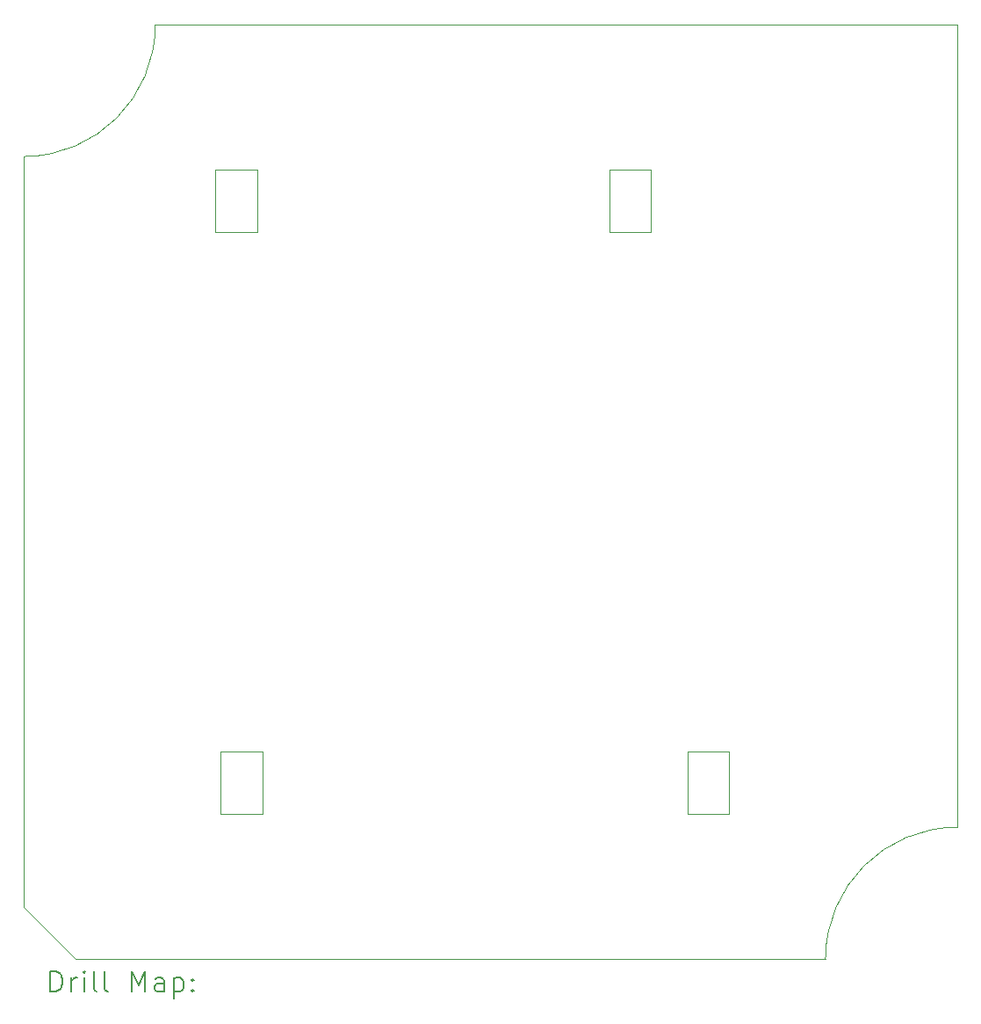
<source format=gbr>
%TF.GenerationSoftware,KiCad,Pcbnew,8.0.8*%
%TF.CreationDate,2025-04-12T15:43:36-04:00*%
%TF.ProjectId,Headlight Controller 1_2,48656164-6c69-4676-9874-20436f6e7472,1.2*%
%TF.SameCoordinates,Original*%
%TF.FileFunction,Drillmap*%
%TF.FilePolarity,Positive*%
%FSLAX45Y45*%
G04 Gerber Fmt 4.5, Leading zero omitted, Abs format (unit mm)*
G04 Created by KiCad (PCBNEW 8.0.8) date 2025-04-12 15:43:36*
%MOMM*%
%LPD*%
G01*
G04 APERTURE LIST*
%ADD10C,0.050000*%
%ADD11C,0.200000*%
G04 APERTURE END LIST*
D10*
X4000000Y-13730000D02*
X4500000Y-14230000D01*
X11730000Y-14230000D02*
G75*
G02*
X13000000Y-12960000I1270000J0D01*
G01*
X4000000Y-6500000D02*
X4000000Y-13730000D01*
X5270000Y-5230000D02*
X13000000Y-5230000D01*
X11730000Y-14230000D02*
X4500000Y-14230000D01*
X5270000Y-5230000D02*
G75*
G02*
X4000000Y-6500000I-1270000J0D01*
G01*
X13000000Y-12960000D02*
X13000000Y-5230000D01*
X5850000Y-6630000D02*
X6250000Y-6630000D01*
X6250000Y-7230000D01*
X5850000Y-7230000D01*
X5850000Y-6630000D01*
X9650000Y-6630000D02*
X10050000Y-6630000D01*
X10050000Y-7230000D01*
X9650000Y-7230000D01*
X9650000Y-6630000D01*
X5900000Y-12230000D02*
X6300000Y-12230000D01*
X6300000Y-12830000D01*
X5900000Y-12830000D01*
X5900000Y-12230000D01*
X10400000Y-12230000D02*
X10800000Y-12230000D01*
X10800000Y-12830000D01*
X10400000Y-12830000D01*
X10400000Y-12230000D01*
D11*
X4258277Y-14543984D02*
X4258277Y-14343984D01*
X4258277Y-14343984D02*
X4305896Y-14343984D01*
X4305896Y-14343984D02*
X4334467Y-14353508D01*
X4334467Y-14353508D02*
X4353515Y-14372555D01*
X4353515Y-14372555D02*
X4363039Y-14391603D01*
X4363039Y-14391603D02*
X4372563Y-14429698D01*
X4372563Y-14429698D02*
X4372563Y-14458269D01*
X4372563Y-14458269D02*
X4363039Y-14496365D01*
X4363039Y-14496365D02*
X4353515Y-14515412D01*
X4353515Y-14515412D02*
X4334467Y-14534460D01*
X4334467Y-14534460D02*
X4305896Y-14543984D01*
X4305896Y-14543984D02*
X4258277Y-14543984D01*
X4458277Y-14543984D02*
X4458277Y-14410650D01*
X4458277Y-14448746D02*
X4467801Y-14429698D01*
X4467801Y-14429698D02*
X4477324Y-14420174D01*
X4477324Y-14420174D02*
X4496372Y-14410650D01*
X4496372Y-14410650D02*
X4515420Y-14410650D01*
X4582086Y-14543984D02*
X4582086Y-14410650D01*
X4582086Y-14343984D02*
X4572563Y-14353508D01*
X4572563Y-14353508D02*
X4582086Y-14363031D01*
X4582086Y-14363031D02*
X4591610Y-14353508D01*
X4591610Y-14353508D02*
X4582086Y-14343984D01*
X4582086Y-14343984D02*
X4582086Y-14363031D01*
X4705896Y-14543984D02*
X4686848Y-14534460D01*
X4686848Y-14534460D02*
X4677324Y-14515412D01*
X4677324Y-14515412D02*
X4677324Y-14343984D01*
X4810658Y-14543984D02*
X4791610Y-14534460D01*
X4791610Y-14534460D02*
X4782086Y-14515412D01*
X4782086Y-14515412D02*
X4782086Y-14343984D01*
X5039229Y-14543984D02*
X5039229Y-14343984D01*
X5039229Y-14343984D02*
X5105896Y-14486841D01*
X5105896Y-14486841D02*
X5172563Y-14343984D01*
X5172563Y-14343984D02*
X5172563Y-14543984D01*
X5353515Y-14543984D02*
X5353515Y-14439222D01*
X5353515Y-14439222D02*
X5343991Y-14420174D01*
X5343991Y-14420174D02*
X5324944Y-14410650D01*
X5324944Y-14410650D02*
X5286848Y-14410650D01*
X5286848Y-14410650D02*
X5267801Y-14420174D01*
X5353515Y-14534460D02*
X5334467Y-14543984D01*
X5334467Y-14543984D02*
X5286848Y-14543984D01*
X5286848Y-14543984D02*
X5267801Y-14534460D01*
X5267801Y-14534460D02*
X5258277Y-14515412D01*
X5258277Y-14515412D02*
X5258277Y-14496365D01*
X5258277Y-14496365D02*
X5267801Y-14477317D01*
X5267801Y-14477317D02*
X5286848Y-14467793D01*
X5286848Y-14467793D02*
X5334467Y-14467793D01*
X5334467Y-14467793D02*
X5353515Y-14458269D01*
X5448753Y-14410650D02*
X5448753Y-14610650D01*
X5448753Y-14420174D02*
X5467801Y-14410650D01*
X5467801Y-14410650D02*
X5505896Y-14410650D01*
X5505896Y-14410650D02*
X5524944Y-14420174D01*
X5524944Y-14420174D02*
X5534467Y-14429698D01*
X5534467Y-14429698D02*
X5543991Y-14448746D01*
X5543991Y-14448746D02*
X5543991Y-14505888D01*
X5543991Y-14505888D02*
X5534467Y-14524936D01*
X5534467Y-14524936D02*
X5524944Y-14534460D01*
X5524944Y-14534460D02*
X5505896Y-14543984D01*
X5505896Y-14543984D02*
X5467801Y-14543984D01*
X5467801Y-14543984D02*
X5448753Y-14534460D01*
X5629705Y-14524936D02*
X5639229Y-14534460D01*
X5639229Y-14534460D02*
X5629705Y-14543984D01*
X5629705Y-14543984D02*
X5620182Y-14534460D01*
X5620182Y-14534460D02*
X5629705Y-14524936D01*
X5629705Y-14524936D02*
X5629705Y-14543984D01*
X5629705Y-14420174D02*
X5639229Y-14429698D01*
X5639229Y-14429698D02*
X5629705Y-14439222D01*
X5629705Y-14439222D02*
X5620182Y-14429698D01*
X5620182Y-14429698D02*
X5629705Y-14420174D01*
X5629705Y-14420174D02*
X5629705Y-14439222D01*
M02*

</source>
